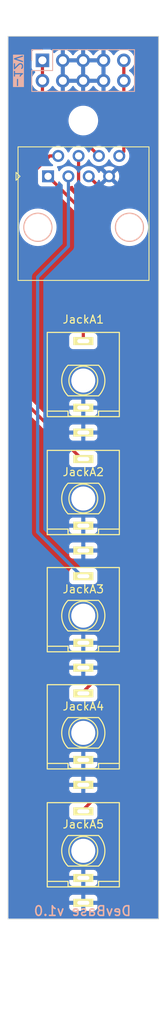
<source format=kicad_pcb>
(kicad_pcb (version 20221018) (generator pcbnew)
  (layers (0 "F.Cu" signal) (31 "B.Cu" signal) (34 "B.Paste" user) (35 "F.Paste" user) (36 "B.SilkS" user "B.Silkscreen") (37 "F.SilkS" user "F.Silkscreen") (38 "B.Mask" user) (39 "F.Mask" user) (44 "Edge.Cuts" user))
  (net 0 "")
  (net 1 "/Interconnect1")
  (net 2 "/Interconnect2")
  (net 3 "/Interconnect3")
  (net 4 "/Interconnect4")
  (net 5 "/Interconnect5")
  (net 6 "-12V")
  (net 7 "+12V")
  (net 8 "GND")
  (footprint "Custom_Footprints:RJ45_Molex_42878-8506" (layer "F.Cu") (at 59.4 72.1)
    (fp_text reference "J1" hide)
    (fp_text value "Mult_A" hide)
    (fp_line (start -8.4 -5.15) (end -8.4 -4.15) (stroke (width 0.12)) (layer "F.SilkS"))
    (fp_line (start -8.4 -4.15) (end -7.9 -4.65) (stroke (width 0.12)) (layer "F.SilkS"))
    (fp_line (start -8.15 -8.32) (end -8.15 8.32) (stroke (width 0.12)) (layer "F.SilkS"))
    (fp_line (start -7.9 -4.65) (end -8.4 -5.15) (stroke (width 0.12)) (layer "F.SilkS"))
    (fp_line (start 8.2 -8.32) (end -8.15 -8.32) (stroke (width 0.12)) (layer "F.SilkS"))
    (fp_line (start 8.2 -8.32) (end 8.2 8.32) (stroke (width 0.12)) (layer "F.SilkS"))
    (fp_line (start 8.2 8.32) (end -8.15 8.32) (stroke (width 0.12)) (layer "F.SilkS"))
    (pad "" np_thru_hole circle (at -5.67 1.7) (size 3.65 3.65) (drill 3.33) (layers "F&B.Cu" "*.SilkS" "*.Mask"))
    (pad "" np_thru_hole circle (at 5.76 1.7) (size 3.65 3.65) (drill 3.33) (layers "F&B.Cu" "*.SilkS" "*.Mask"))
    (pad "1" thru_hole rect (at -4.4 -4.65) (size 1.5 1.5) (drill 0.9) (layers "*.Cu" "*.Mask") (net 1 "/Interconnect1"))
    (pad "2" thru_hole circle (at -3.13 -7.19) (size 1.5 1.5) (drill 0.9) (layers "*.Cu" "*.Mask") (net 2 "/Interconnect2"))
    (pad "3" thru_hole circle (at -1.86 -4.65) (size 1.5 1.5) (drill 0.9) (layers "*.Cu" "*.Mask") (net 3 "/Interconnect3"))
    (pad "4" thru_hole circle (at -0.59 -7.19) (size 1.5 1.5) (drill 0.9) (layers "*.Cu" "*.Mask") (net 4 "/Interconnect4"))
    (pad "5" thru_hole circle (at 0.68 -4.65) (size 1.5 1.5) (drill 0.9) (layers "*.Cu" "*.Mask") (net 5 "/Interconnect5"))
    (pad "6" thru_hole circle (at 1.95 -7.19) (size 1.5 1.5) (drill 0.9) (layers "*.Cu" "*.Mask") (net 6 "-12V"))
    (pad "7" thru_hole circle (at 3.22 -4.65) (size 1.5 1.5) (drill 0.9) (layers "*.Cu" "*.Mask") (net 8 "GND"))
    (pad "8" thru_hole circle (at 4.49 -7.19) (size 1.5 1.5) (drill 0.9) (layers "*.Cu" "*.Mask") (net 7 "+12V"))
  )
  (footprint "Custom_Footprints:THONKICONN_hole" (layer "F.Cu") (at 59.4 92.9)
    (fp_text reference "J2" hide)
    (fp_text value "JackA1" (at 0 -7.62) (layer "F.SilkS"))
    (fp_line (start -4.5 -6) (end -4.5 4.5) (stroke (width 0.15)) (layer "F.SilkS"))
    (fp_line (start -4.5 -6) (end 4.5 -6) (stroke (width 0.15)) (layer "F.SilkS"))
    (fp_line (start -4.5 4.5) (end 4.5 4.5) (stroke (width 0.15)) (layer "F.SilkS"))
    (fp_line (start -4.445 3.81) (end -1.905 3.81) (stroke (width 0.15)) (layer "F.SilkS"))
    (fp_line (start -1.905 -1.905) (end 1.905 -1.905) (stroke (width 0.15)) (layer "F.SilkS"))
    (fp_line (start -1.905 3.81) (end -1.905 4.445) (stroke (width 0.15)) (layer "F.SilkS"))
    (fp_line (start -1.905 4.445) (end 1.905 4.445) (stroke (width 0.15)) (layer "F.SilkS"))
    (fp_line (start 1.905 1.905) (end -1.905 1.905) (stroke (width 0.15)) (layer "F.SilkS"))
    (fp_line (start 1.905 3.81) (end 4.445 3.81) (stroke (width 0.15)) (layer "F.SilkS"))
    (fp_line (start 1.905 4.445) (end 1.905 3.81) (stroke (width 0.15)) (layer "F.SilkS"))
    (fp_line (start 4.5 -6) (end 4.5 4.5) (stroke (width 0.15)) (layer "F.SilkS"))
    (fp_arc (start -1.905 1.905) (mid -2.694077 0) (end -1.905 -1.905) (stroke (width 0.15)) (layer "F.SilkS"))
    (fp_arc (start 1.905 -1.905) (mid 2.694077 0) (end 1.905 1.905) (stroke (width 0.15)) (layer "F.SilkS"))
    (fp_circle (center 0 0) (end 1.27 1.27) (stroke (width 0.15)) (fill none) (layer "F.SilkS"))
    (pad "" np_thru_hole circle (at 0 0) (size 2.5 2.5) (drill 2.5) (layers "*.Cu" "*.Mask"))
    (pad "1" thru_hole rect (at 0 6.48) (size 2.5 1) (drill oval 1.5 0.5) (layers "*.Cu" "*.Mask" "F.SilkS") (net 8 "GND"))
    (pad "2" thru_hole rect (at 0 3.38) (size 2.5 1) (drill oval 1.5 0.5) (layers "*.Cu" "*.Mask" "F.SilkS") (net 8 "GND"))
    (pad "3" thru_hole rect (at 0 -4.92) (size 2.5 1) (drill oval 1.5 0.5) (layers "*.Cu" "*.Mask" "F.SilkS") (net 1 "/Interconnect1"))
  )
  (footprint "MountingHole:MountingHole_3.2mm_M3_ISO14580" (layer "F.Cu") (at 59.4 60.5)
    (fp_text reference "H1" hide)
    (fp_text value "MountingHole")
    (pad "" np_thru_hole circle (at 0 0) (size 3.2 3.2) (drill 3.2) (layers "*.Cu" "*.Mask"))
  )
  (footprint "Custom_Footprints:THONKICONN_hole" (layer "F.Cu") (at 59.4 151.5)
    (fp_text reference "J6" hide)
    (fp_text value "JackA5" (at 0 -3.3025) (layer "F.SilkS"))
    (fp_line (start -4.5 -6) (end -4.5 4.5) (stroke (width 0.15)) (layer "F.SilkS"))
    (fp_line (start -4.5 -6) (end 4.5 -6) (stroke (width 0.15)) (layer "F.SilkS"))
    (fp_line (start -4.5 4.5) (end 4.5 4.5) (stroke (width 0.15)) (layer "F.SilkS"))
    (fp_line (start -4.445 3.81) (end -1.905 3.81) (stroke (width 0.15)) (layer "F.SilkS"))
    (fp_line (start -1.905 -1.905) (end 1.905 -1.905) (stroke (width 0.15)) (layer "F.SilkS"))
    (fp_line (start -1.905 3.81) (end -1.905 4.445) (stroke (width 0.15)) (layer "F.SilkS"))
    (fp_line (start -1.905 4.445) (end 1.905 4.445) (stroke (width 0.15)) (layer "F.SilkS"))
    (fp_line (start 1.905 1.905) (end -1.905 1.905) (stroke (width 0.15)) (layer "F.SilkS"))
    (fp_line (start 1.905 3.81) (end 4.445 3.81) (stroke (width 0.15)) (layer "F.SilkS"))
    (fp_line (start 1.905 4.445) (end 1.905 3.81) (stroke (width 0.15)) (layer "F.SilkS"))
    (fp_line (start 4.5 -6) (end 4.5 4.5) (stroke (width 0.15)) (layer "F.SilkS"))
    (fp_arc (start -1.905 1.905) (mid -2.694077 0) (end -1.905 -1.905) (stroke (width 0.15)) (layer "F.SilkS"))
    (fp_arc (start 1.905 -1.905) (mid 2.694077 0) (end 1.905 1.905) (stroke (width 0.15)) (layer "F.SilkS"))
    (fp_circle (center 0 0) (end 1.27 1.27) (stroke (width 0.15)) (fill none) (layer "F.SilkS"))
    (pad "" np_thru_hole circle (at 0 0) (size 2.5 2.5) (drill 2.5) (layers "*.Cu" "*.Mask"))
    (pad "1" thru_hole rect (at 0 6.48) (size 2.5 1) (drill oval 1.5 0.5) (layers "*.Cu" "*.Mask" "F.SilkS") (net 8 "GND"))
    (pad "2" thru_hole rect (at 0 3.38) (size 2.5 1) (drill oval 1.5 0.5) (layers "*.Cu" "*.Mask" "F.SilkS") (net 8 "GND"))
    (pad "3" thru_hole rect (at 0 -4.92) (size 2.5 1) (drill oval 1.5 0.5) (layers "*.Cu" "*.Mask" "F.SilkS") (net 5 "/Interconnect5"))
  )
  (footprint "Custom_Footprints:THONKICONN_hole" (layer "F.Cu") (at 59.4 136.8)
    (fp_text reference "J5" hide)
    (fp_text value "JackA4" (at 0 -3.3025) (layer "F.SilkS"))
    (fp_line (start -4.5 -6) (end -4.5 4.5) (stroke (width 0.15)) (layer "F.SilkS"))
    (fp_line (start -4.5 -6) (end 4.5 -6) (stroke (width 0.15)) (layer "F.SilkS"))
    (fp_line (start -4.5 4.5) (end 4.5 4.5) (stroke (width 0.15)) (layer "F.SilkS"))
    (fp_line (start -4.445 3.81) (end -1.905 3.81) (stroke (width 0.15)) (layer "F.SilkS"))
    (fp_line (start -1.905 -1.905) (end 1.905 -1.905) (stroke (width 0.15)) (layer "F.SilkS"))
    (fp_line (start -1.905 3.81) (end -1.905 4.445) (stroke (width 0.15)) (layer "F.SilkS"))
    (fp_line (start -1.905 4.445) (end 1.905 4.445) (stroke (width 0.15)) (layer "F.SilkS"))
    (fp_line (start 1.905 1.905) (end -1.905 1.905) (stroke (width 0.15)) (layer "F.SilkS"))
    (fp_line (start 1.905 3.81) (end 4.445 3.81) (stroke (width 0.15)) (layer "F.SilkS"))
    (fp_line (start 1.905 4.445) (end 1.905 3.81) (stroke (width 0.15)) (layer "F.SilkS"))
    (fp_line (start 4.5 -6) (end 4.5 4.5) (stroke (width 0.15)) (layer "F.SilkS"))
    (fp_arc (start -1.905 1.905) (mid -2.694077 0) (end -1.905 -1.905) (stroke (width 0.15)) (layer "F.SilkS"))
    (fp_arc (start 1.905 -1.905) (mid 2.694077 0) (end 1.905 1.905) (stroke (width 0.15)) (layer "F.SilkS"))
    (fp_circle (center 0 0) (end 1.27 1.27) (stroke (width 0.15)) (fill none) (layer "F.SilkS"))
    (pad "" np_thru_hole circle (at 0 0) (size 2.5 2.5) (drill 2.5) (layers "*.Cu" "*.Mask"))
    (pad "1" thru_hole rect (at 0 6.48) (size 2.5 1) (drill oval 1.5 0.5) (layers "*.Cu" "*.Mask" "F.SilkS") (net 8 "GND"))
    (pad "2" thru_hole rect (at 0 3.38) (size 2.5 1) (drill oval 1.5 0.5) (layers "*.Cu" "*.Mask" "F.SilkS") (net 8 "GND"))
    (pad "3" thru_hole rect (at 0 -4.92) (size 2.5 1) (drill oval 1.5 0.5) (layers "*.Cu" "*.Mask" "F.SilkS") (net 4 "/Interconnect4"))
  )
  (footprint "Custom_Footprints:THONKICONN_hole" (layer "F.Cu") (at 59.4 122.2)
    (fp_text reference "J4" hide)
    (fp_text value "JackA3" (at 0 -3.3025) (layer "F.SilkS"))
    (fp_line (start -4.5 -6) (end -4.5 4.5) (stroke (width 0.15)) (layer "F.SilkS"))
    (fp_line (start -4.5 -6) (end 4.5 -6) (stroke (width 0.15)) (layer "F.SilkS"))
    (fp_line (start -4.5 4.5) (end 4.5 4.5) (stroke (width 0.15)) (layer "F.SilkS"))
    (fp_line (start -4.445 3.81) (end -1.905 3.81) (stroke (width 0.15)) (layer "F.SilkS"))
    (fp_line (start -1.905 -1.905) (end 1.905 -1.905) (stroke (width 0.15)) (layer "F.SilkS"))
    (fp_line (start -1.905 3.81) (end -1.905 4.445) (stroke (width 0.15)) (layer "F.SilkS"))
    (fp_line (start -1.905 4.445) (end 1.905 4.445) (stroke (width 0.15)) (layer "F.SilkS"))
    (fp_line (start 1.905 1.905) (end -1.905 1.905) (stroke (width 0.15)) (layer "F.SilkS"))
    (fp_line (start 1.905 3.81) (end 4.445 3.81) (stroke (width 0.15)) (layer "F.SilkS"))
    (fp_line (start 1.905 4.445) (end 1.905 3.81) (stroke (width 0.15)) (layer "F.SilkS"))
    (fp_line (start 4.5 -6) (end 4.5 4.5) (stroke (width 0.15)) (layer "F.SilkS"))
    (fp_arc (start -1.905 1.905) (mid -2.694077 0) (end -1.905 -1.905) (stroke (width 0.15)) (layer "F.SilkS"))
    (fp_arc (start 1.905 -1.905) (mid 2.694077 0) (end 1.905 1.905) (stroke (width 0.15)) (layer "F.SilkS"))
    (fp_circle (center 0 0) (end 1.27 1.27) (stroke (width 0.15)) (fill none) (layer "F.SilkS"))
    (pad "" np_thru_hole circle (at 0 0) (size 2.5 2.5) (drill 2.5) (layers "*.Cu" "*.Mask"))
    (pad "1" thru_hole rect (at 0 6.48) (size 2.5 1) (drill oval 1.5 0.5) (layers "*.Cu" "*.Mask" "F.SilkS") (net 8 "GND"))
    (pad "2" thru_hole rect (at 0 3.38) (size 2.5 1) (drill oval 1.5 0.5) (layers "*.Cu" "*.Mask" "F.SilkS") (net 8 "GND"))
    (pad "3" thru_hole rect (at 0 -4.92) (size 2.5 1) (drill oval 1.5 0.5) (layers "*.Cu" "*.Mask" "F.SilkS") (net 3 "/Interconnect3"))
  )
  (footprint "Custom_Footprints:THONKICONN_hole" (layer "F.Cu") (at 59.4 107.6)
    (fp_text reference "J3" hide)
    (fp_text value "JackA2" (at 0 -3.3025) (layer "F.SilkS"))
    (fp_line (start -4.5 -6) (end -4.5 4.5) (stroke (width 0.15)) (layer "F.SilkS"))
    (fp_line (start -4.5 -6) (end 4.5 -6) (stroke (width 0.15)) (layer "F.SilkS"))
    (fp_line (start -4.5 4.5) (end 4.5 4.5) (stroke (width 0.15)) (layer "F.SilkS"))
    (fp_line (start -4.445 3.81) (end -1.905 3.81) (stroke (width 0.15)) (layer "F.SilkS"))
    (fp_line (start -1.905 -1.905) (end 1.905 -1.905) (stroke (width 0.15)) (layer "F.SilkS"))
    (fp_line (start -1.905 3.81) (end -1.905 4.445) (stroke (width 0.15)) (layer "F.SilkS"))
    (fp_line (start -1.905 4.445) (end 1.905 4.445) (stroke (width 0.15)) (layer "F.SilkS"))
    (fp_line (start 1.905 1.905) (end -1.905 1.905) (stroke (width 0.15)) (layer "F.SilkS"))
    (fp_line (start 1.905 3.81) (end 4.445 3.81) (stroke (width 0.15)) (layer "F.SilkS"))
    (fp_line (start 1.905 4.445) (end 1.905 3.81) (stroke (width 0.15)) (layer "F.SilkS"))
    (fp_line (start 4.5 -6) (end 4.5 4.5) (stroke (width 0.15)) (layer "F.SilkS"))
    (fp_arc (start -1.905 1.905) (mid -2.694077 0) (end -1.905 -1.905) (stroke (width 0.15)) (layer "F.SilkS"))
    (fp_arc (start 1.905 -1.905) (mid 2.694077 0) (end 1.905 1.905) (stroke (width 0.15)) (layer "F.SilkS"))
    (fp_circle (center 0 0) (end 1.27 1.27) (stroke (width 0.15)) (fill none) (layer "F.SilkS"))
    (pad "" np_thru_hole circle (at 0 0) (size 2.5 2.5) (drill 2.5) (layers "*.Cu" "*.Mask"))
    (pad "1" thru_hole rect (at 0 6.48) (size 2.5 1) (drill oval 1.5 0.5) (layers "*.Cu" "*.Mask" "F.SilkS") (net 8 "GND"))
    (pad "2" thru_hole rect (at 0 3.38) (size 2.5 1) (drill oval 1.5 0.5) (layers "*.Cu" "*.Mask" "F.SilkS") (net 8 "GND"))
    (pad "3" thru_hole rect (at 0 -4.92) (size 2.5 1) (drill oval 1.5 0.5) (layers "*.Cu" "*.Mask" "F.SilkS") (net 2 "/Interconnect2"))
  )
  (footprint "Connector_PinHeader_2.54mm:PinHeader_2x05_P2.54mm_Vertical" (layer "B.Cu") (at 54.3 53 -90)
    (fp_text reference "J7" hide)
    (fp_text value "Eurorack_10_pin_power")
    (fp_line (start -1.33 -11.49) (end 3.87 -11.49) (stroke (width 0.12)) (layer "B.SilkS"))
    (fp_line (start -1.33 -1.27) (end -1.33 -11.49) (stroke (width 0.12)) (layer "B.SilkS"))
    (fp_line (start -1.33 -1.27) (end 1.27 -1.27) (stroke (width 0.12)) (layer "B.SilkS"))
    (fp_line (start -1.33 0) (end -1.33 1.33) (stroke (width 0.12)) (layer "B.SilkS"))
    (fp_line (start -1.33 1.33) (end 0 1.33) (stroke (width 0.12)) (layer "B.SilkS"))
    (fp_line (start 1.27 -1.27) (end 1.27 1.33) (stroke (width 0.12)) (layer "B.SilkS"))
    (fp_line (start 1.27 1.33) (end 3.87 1.33) (stroke (width 0.12)) (layer "B.SilkS"))
    (fp_line (start 3.87 1.33) (end 3.87 -11.49) (stroke (width 0.12)) (layer "B.SilkS"))
    (pad "1" thru_hole rect (at 0 0 270) (size 1.7 1.7) (drill 1) (layers "*.Cu" "*.Mask") (net 6 "-12V"))
    (pad "2" thru_hole oval (at 2.54 0 270) (size 1.7 1.7) (drill 1) (layers "*.Cu" "*.Mask") (net 6 "-12V"))
    (pad "3" thru_hole oval (at 0 -2.54 270) (size 1.7 1.7) (drill 1) (layers "*.Cu" "*.Mask") (net 8 "GND"))
    (pad "4" thru_hole oval (at 2.54 -2.54 270) (size 1.7 1.7) (drill 1) (layers "*.Cu" "*.Mask") (net 8 "GND"))
    (pad "5" thru_hole oval (at 0 -5.08 270) (size 1.7 1.7) (drill 1) (layers "*.Cu" "*.Mask") (net 8 "GND"))
    (pad "6" thru_hole oval (at 2.54 -5.08 270) (size 1.7 1.7) (drill 1) (layers "*.Cu" "*.Mask") (net 8 "GND"))
    (pad "7" thru_hole oval (at 0 -7.62 270) (size 1.7 1.7) (drill 1) (layers "*.Cu" "*.Mask") (net 8 "GND"))
    (pad "8" thru_hole oval (at 2.54 -7.62 270) (size 1.7 1.7) (drill 1) (layers "*.Cu" "*.Mask") (net 8 "GND"))
    (pad "9" thru_hole oval (at 0 -10.16 270) (size 1.7 1.7) (drill 1) (layers "*.Cu" "*.Mask") (net 7 "+12V"))
    (pad "10" thru_hole oval (at 2.54 -10.16 270) (size 1.7 1.7) (drill 1) (layers "*.Cu" "*.Mask") (net 7 "+12V"))
  )
  (gr_rect locked (start 50 50) (end 68.8 160) (stroke (width 0.1)) (fill none) (layer "Edge.Cuts"))
  (gr_text "  -12V  " (at 50.675 58 270) (layer "B.SilkS" knockout) (effects (font (size 1 1)) (justify left bottom mirror)))
  (gr_text "DevBase v1.0\n" (at 59.3 159) (layer "B.SilkS") (effects (font (size 1.2 1.2) (thickness 0.2)) (justify mirror)))
  (segment (start 55 67.45) (end 59.4 71.85) (width 0.4) (layer "F.Cu") (net 1))
  (segment (start 59.4 71.85) (end 59.4 87.98) (width 0.4) (layer "F.Cu") (net 1))
  (segment (start 51 94.48) (end 51.21 94.69) (width 0.4) (layer "F.Cu") (net 2))
  (segment (start 55.20934 64.91) (end 51 69.11934) (width 0.4) (layer "F.Cu") (net 2))
  (segment (start 56.27 64.91) (end 55.20934 64.91) (width 0.4) (layer "F.Cu") (net 2))
  (segment (start 51.21 94.69) (end 59.2 102.68) (width 0.4) (layer "F.Cu") (net 2))
  (segment (start 51 69.11934) (end 51 94.48) (width 0.4) (layer "F.Cu") (net 2))
  (segment (start 53.7 110.38) (end 53.7 111.78) (width 0.4) (layer "B.Cu") (net 3))
  (segment (start 53.7 80) (end 57.54 76.16) (width 0.4) (layer "B.Cu") (net 3))
  (segment (start 53.7 111.78) (end 59.2 117.28) (width 0.4) (layer "B.Cu") (net 3))
  (segment (start 53.7 110.38) (end 53.7 80) (width 0.4) (layer "B.Cu") (net 3))
  (segment (start 57.54 76.16) (end 57.54 67.45) (width 0.4) (layer "B.Cu") (net 3))
  (segment (start 62.6 72.3) (end 62.6 74.7) (width 0.4) (layer "F.Cu") (net 4))
  (segment (start 62.6 74.7) (end 62.6 128.48) (width 0.4) (layer "F.Cu") (net 4))
  (segment (start 62.6 128.48) (end 59.2 131.88) (width 0.4) (layer "F.Cu") (net 4))
  (segment (start 58.81 64.91) (end 58.81 68.51) (width 0.4) (layer "F.Cu") (net 4))
  (segment (start 58.81 68.51) (end 62.6 72.3) (width 0.4) (layer "F.Cu") (net 4))
  (segment (start 67.9 72.1) (end 67.9 135.88) (width 0.4) (layer "F.Cu") (net 5))
  (segment (start 60.08 67.45) (end 62.23 69.6) (width 0.4) (layer "F.Cu") (net 5))
  (segment (start 65.4 69.6) (end 67.9 72.1) (width 0.4) (layer "F.Cu") (net 5))
  (segment (start 67.9 137.88) (end 59.2 146.58) (width 0.4) (layer "F.Cu") (net 5))
  (segment (start 62.23 69.6) (end 65.4 69.6) (width 0.4) (layer "F.Cu") (net 5))
  (segment (start 67.9 135.88) (end 67.9 137.88) (width 0.4) (layer "F.Cu") (net 5))
  (segment (start 54.3 55.54) (end 54.3 53) (width 0.4) (layer "F.Cu") (net 6))
  (segment (start 56.95 63.2) (end 59.64 63.2) (width 0.4) (layer "F.Cu") (net 6))
  (segment (start 54.3 60.55) (end 56.95 63.2) (width 0.4) (layer "F.Cu") (net 6))
  (segment (start 54.3 55.54) (end 54.3 60.55) (width 0.4) (layer "F.Cu") (net 6))
  (segment (start 59.64 63.2) (end 61.35 64.91) (width 0.4) (layer "F.Cu") (net 6))
  (segment (start 64.46 55.54) (end 64.46 53) (width 0.4) (layer "F.Cu") (net 7))
  (segment (start 64.46 55.54) (end 64.46 64.34) (width 0.4) (layer "F.Cu") (net 7))
  (segment (start 64.46 64.34) (end 63.89 64.91) (width 0.4) (layer "F.Cu") (net 7))
  (zone locked (net 8) (net_name "GND") (layers "F&B.Cu") (priority 1) (connect_pads (clearance 0.508)) (min_thickness 0.254) (fill yes (thermal_gap 0.508) (thermal_bridge_width 0.508))
    (polygon (pts (xy 69.6 160.8) (xy 49 160.8) (xy 49 48.8) (xy 69.6 48.8)))
  )
)
</source>
